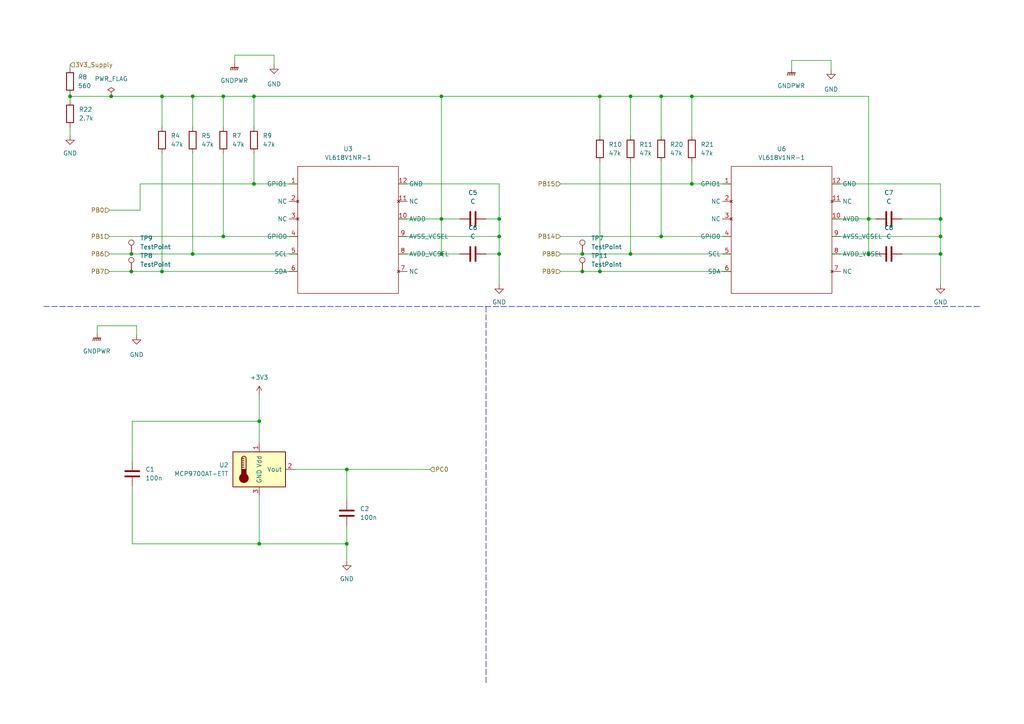
<source format=kicad_sch>
(kicad_sch (version 20211123) (generator eeschema)

  (uuid ae78189d-79c7-41a0-b77c-3bb766898352)

  (paper "A4")

  (title_block
    (title "Sensors")
    (date "2022-03-04")
    (rev "01")
    (company "University of Cape Town")
    (comment 1 "Author: Munashe Chihota")
  )

  (lib_symbols
    (symbol "Connector:TestPoint" (pin_numbers hide) (pin_names (offset 0.762) hide) (in_bom yes) (on_board yes)
      (property "Reference" "TP" (id 0) (at 0 6.858 0)
        (effects (font (size 1.27 1.27)))
      )
      (property "Value" "TestPoint" (id 1) (at 0 5.08 0)
        (effects (font (size 1.27 1.27)))
      )
      (property "Footprint" "" (id 2) (at 5.08 0 0)
        (effects (font (size 1.27 1.27)) hide)
      )
      (property "Datasheet" "~" (id 3) (at 5.08 0 0)
        (effects (font (size 1.27 1.27)) hide)
      )
      (property "ki_keywords" "test point tp" (id 4) (at 0 0 0)
        (effects (font (size 1.27 1.27)) hide)
      )
      (property "ki_description" "test point" (id 5) (at 0 0 0)
        (effects (font (size 1.27 1.27)) hide)
      )
      (property "ki_fp_filters" "Pin* Test*" (id 6) (at 0 0 0)
        (effects (font (size 1.27 1.27)) hide)
      )
      (symbol "TestPoint_0_1"
        (circle (center 0 3.302) (radius 0.762)
          (stroke (width 0) (type default) (color 0 0 0 0))
          (fill (type none))
        )
      )
      (symbol "TestPoint_1_1"
        (pin passive line (at 0 0 90) (length 2.54)
          (name "1" (effects (font (size 1.27 1.27))))
          (number "1" (effects (font (size 1.27 1.27))))
        )
      )
    )
    (symbol "Device:C" (pin_numbers hide) (pin_names (offset 0.254)) (in_bom yes) (on_board yes)
      (property "Reference" "C" (id 0) (at 0.635 2.54 0)
        (effects (font (size 1.27 1.27)) (justify left))
      )
      (property "Value" "C" (id 1) (at 0.635 -2.54 0)
        (effects (font (size 1.27 1.27)) (justify left))
      )
      (property "Footprint" "" (id 2) (at 0.9652 -3.81 0)
        (effects (font (size 1.27 1.27)) hide)
      )
      (property "Datasheet" "~" (id 3) (at 0 0 0)
        (effects (font (size 1.27 1.27)) hide)
      )
      (property "ki_keywords" "cap capacitor" (id 4) (at 0 0 0)
        (effects (font (size 1.27 1.27)) hide)
      )
      (property "ki_description" "Unpolarized capacitor" (id 5) (at 0 0 0)
        (effects (font (size 1.27 1.27)) hide)
      )
      (property "ki_fp_filters" "C_*" (id 6) (at 0 0 0)
        (effects (font (size 1.27 1.27)) hide)
      )
      (symbol "C_0_1"
        (polyline
          (pts
            (xy -2.032 -0.762)
            (xy 2.032 -0.762)
          )
          (stroke (width 0.508) (type default) (color 0 0 0 0))
          (fill (type none))
        )
        (polyline
          (pts
            (xy -2.032 0.762)
            (xy 2.032 0.762)
          )
          (stroke (width 0.508) (type default) (color 0 0 0 0))
          (fill (type none))
        )
      )
      (symbol "C_1_1"
        (pin passive line (at 0 3.81 270) (length 2.794)
          (name "~" (effects (font (size 1.27 1.27))))
          (number "1" (effects (font (size 1.27 1.27))))
        )
        (pin passive line (at 0 -3.81 90) (length 2.794)
          (name "~" (effects (font (size 1.27 1.27))))
          (number "2" (effects (font (size 1.27 1.27))))
        )
      )
    )
    (symbol "Device:R" (pin_numbers hide) (pin_names (offset 0)) (in_bom yes) (on_board yes)
      (property "Reference" "R" (id 0) (at 2.032 0 90)
        (effects (font (size 1.27 1.27)))
      )
      (property "Value" "R" (id 1) (at 0 0 90)
        (effects (font (size 1.27 1.27)))
      )
      (property "Footprint" "" (id 2) (at -1.778 0 90)
        (effects (font (size 1.27 1.27)) hide)
      )
      (property "Datasheet" "~" (id 3) (at 0 0 0)
        (effects (font (size 1.27 1.27)) hide)
      )
      (property "ki_keywords" "R res resistor" (id 4) (at 0 0 0)
        (effects (font (size 1.27 1.27)) hide)
      )
      (property "ki_description" "Resistor" (id 5) (at 0 0 0)
        (effects (font (size 1.27 1.27)) hide)
      )
      (property "ki_fp_filters" "R_*" (id 6) (at 0 0 0)
        (effects (font (size 1.27 1.27)) hide)
      )
      (symbol "R_0_1"
        (rectangle (start -1.016 -2.54) (end 1.016 2.54)
          (stroke (width 0.254) (type default) (color 0 0 0 0))
          (fill (type none))
        )
      )
      (symbol "R_1_1"
        (pin passive line (at 0 3.81 270) (length 1.27)
          (name "~" (effects (font (size 1.27 1.27))))
          (number "1" (effects (font (size 1.27 1.27))))
        )
        (pin passive line (at 0 -3.81 90) (length 1.27)
          (name "~" (effects (font (size 1.27 1.27))))
          (number "2" (effects (font (size 1.27 1.27))))
        )
      )
    )
    (symbol "Project sensors:VL618V1NR-1" (in_bom yes) (on_board yes)
      (property "Reference" "U6" (id 0) (at -0.635 21.59 0)
        (effects (font (size 1.27 1.27)))
      )
      (property "Value" "VL618V1NR-1" (id 1) (at -0.635 19.05 0)
        (effects (font (size 1.27 1.27)))
      )
      (property "Footprint" "ProjectLibFootprints:VL6180" (id 2) (at 0 0 0)
        (effects (font (size 1.27 1.27)) hide)
      )
      (property "Datasheet" "" (id 3) (at 0 0 0)
        (effects (font (size 1.27 1.27)) hide)
      )
      (symbol "VL618V1NR-1_0_1"
        (rectangle (start -15.24 16.51) (end 13.97 -20.32)
          (stroke (width 0) (type default) (color 0 0 0 0))
          (fill (type none))
        )
      )
      (symbol "VL618V1NR-1_1_1"
        (pin bidirectional line (at -15.24 11.43 180) (length 2.54)
          (name "GPIO1" (effects (font (size 1.27 1.27))))
          (number "1" (effects (font (size 1.27 1.27))))
        )
        (pin power_in line (at 13.97 1.27 0) (length 2.54)
          (name "AVDD" (effects (font (size 1.27 1.27))))
          (number "10" (effects (font (size 1.27 1.27))))
        )
        (pin no_connect line (at 13.97 6.35 0) (length 2.54)
          (name "NC" (effects (font (size 1.27 1.27))))
          (number "11" (effects (font (size 1.27 1.27))))
        )
        (pin power_in line (at 13.97 11.43 0) (length 2.54)
          (name "GND" (effects (font (size 1.27 1.27))))
          (number "12" (effects (font (size 1.27 1.27))))
        )
        (pin no_connect line (at -15.24 6.35 180) (length 2.54)
          (name "NC" (effects (font (size 1.27 1.27))))
          (number "2" (effects (font (size 1.27 1.27))))
        )
        (pin no_connect line (at -15.24 1.27 180) (length 2.54)
          (name "NC" (effects (font (size 1.27 1.27))))
          (number "3" (effects (font (size 1.27 1.27))))
        )
        (pin bidirectional line (at -15.24 -3.81 180) (length 2.54)
          (name "GPIO0" (effects (font (size 1.27 1.27))))
          (number "4" (effects (font (size 1.27 1.27))))
        )
        (pin input line (at -15.24 -8.89 180) (length 2.54)
          (name "SCL" (effects (font (size 1.27 1.27))))
          (number "5" (effects (font (size 1.27 1.27))))
        )
        (pin bidirectional line (at -15.24 -13.97 180) (length 2.54)
          (name "SDA" (effects (font (size 1.27 1.27))))
          (number "6" (effects (font (size 1.27 1.27))))
        )
        (pin no_connect line (at 13.97 -13.97 0) (length 2.54)
          (name "NC" (effects (font (size 1.27 1.27))))
          (number "7" (effects (font (size 1.27 1.27))))
        )
        (pin power_in line (at 13.97 -8.89 0) (length 2.54)
          (name "AVDD_VCSEL" (effects (font (size 1.27 1.27))))
          (number "8" (effects (font (size 1.27 1.27))))
        )
        (pin power_in line (at 13.97 -3.81 0) (length 2.54)
          (name "AVSS_VCSEL" (effects (font (size 1.27 1.27))))
          (number "9" (effects (font (size 1.27 1.27))))
        )
      )
    )
    (symbol "Sensor_Temperature:MCP9700AT-ETT" (pin_names (offset 1.016)) (in_bom yes) (on_board yes)
      (property "Reference" "U" (id 0) (at -6.35 6.35 0)
        (effects (font (size 1.27 1.27)))
      )
      (property "Value" "MCP9700AT-ETT" (id 1) (at 1.27 6.35 0)
        (effects (font (size 1.27 1.27)) (justify left))
      )
      (property "Footprint" "Package_TO_SOT_SMD:SOT-23" (id 2) (at 0 -10.16 0)
        (effects (font (size 1.27 1.27)) hide)
      )
      (property "Datasheet" "http://ww1.microchip.com/downloads/en/DeviceDoc/21942e.pdf" (id 3) (at -3.81 6.35 0)
        (effects (font (size 1.27 1.27)) hide)
      )
      (property "ki_keywords" "temperature sensor thermistor" (id 4) (at 0 0 0)
        (effects (font (size 1.27 1.27)) hide)
      )
      (property "ki_description" "Low power, analog thermistor temperature sensor, ±2C accuracy, -40C to +125C, in SOT-23-3" (id 5) (at 0 0 0)
        (effects (font (size 1.27 1.27)) hide)
      )
      (property "ki_fp_filters" "SOT?23*" (id 6) (at 0 0 0)
        (effects (font (size 1.27 1.27)) hide)
      )
      (symbol "MCP9700AT-ETT_0_1"
        (rectangle (start -7.62 5.08) (end 7.62 -5.08)
          (stroke (width 0.254) (type default) (color 0 0 0 0))
          (fill (type background))
        )
        (circle (center -4.445 -2.54) (radius 1.27)
          (stroke (width 0.254) (type default) (color 0 0 0 0))
          (fill (type outline))
        )
        (rectangle (start -3.81 -1.905) (end -5.08 0)
          (stroke (width 0.254) (type default) (color 0 0 0 0))
          (fill (type outline))
        )
        (arc (start -3.81 3.175) (mid -4.445 3.81) (end -5.08 3.175)
          (stroke (width 0.254) (type default) (color 0 0 0 0))
          (fill (type none))
        )
        (polyline
          (pts
            (xy -5.08 0.635)
            (xy -4.445 0.635)
          )
          (stroke (width 0.254) (type default) (color 0 0 0 0))
          (fill (type none))
        )
        (polyline
          (pts
            (xy -5.08 1.27)
            (xy -4.445 1.27)
          )
          (stroke (width 0.254) (type default) (color 0 0 0 0))
          (fill (type none))
        )
        (polyline
          (pts
            (xy -5.08 1.905)
            (xy -4.445 1.905)
          )
          (stroke (width 0.254) (type default) (color 0 0 0 0))
          (fill (type none))
        )
        (polyline
          (pts
            (xy -5.08 2.54)
            (xy -4.445 2.54)
          )
          (stroke (width 0.254) (type default) (color 0 0 0 0))
          (fill (type none))
        )
        (polyline
          (pts
            (xy -5.08 3.175)
            (xy -5.08 0)
          )
          (stroke (width 0.254) (type default) (color 0 0 0 0))
          (fill (type none))
        )
        (polyline
          (pts
            (xy -5.08 3.175)
            (xy -4.445 3.175)
          )
          (stroke (width 0.254) (type default) (color 0 0 0 0))
          (fill (type none))
        )
        (polyline
          (pts
            (xy -3.81 3.175)
            (xy -3.81 0)
          )
          (stroke (width 0.254) (type default) (color 0 0 0 0))
          (fill (type none))
        )
      )
      (symbol "MCP9700AT-ETT_1_1"
        (pin power_in line (at 0 7.62 270) (length 2.54)
          (name "Vdd" (effects (font (size 1.27 1.27))))
          (number "1" (effects (font (size 1.27 1.27))))
        )
        (pin output line (at 10.16 0 180) (length 2.54)
          (name "Vout" (effects (font (size 1.27 1.27))))
          (number "2" (effects (font (size 1.27 1.27))))
        )
        (pin power_in line (at 0 -7.62 90) (length 2.54)
          (name "GND" (effects (font (size 1.27 1.27))))
          (number "3" (effects (font (size 1.27 1.27))))
        )
      )
    )
    (symbol "VL618V1NR-1_1" (in_bom yes) (on_board yes)
      (property "Reference" "U3" (id 0) (at -0.635 21.59 0)
        (effects (font (size 1.27 1.27)))
      )
      (property "Value" "VL618V1NR-1" (id 1) (at -0.635 19.05 0)
        (effects (font (size 1.27 1.27)))
      )
      (property "Footprint" "ProjectLibFootprints:VL6180" (id 2) (at 0 0 0)
        (effects (font (size 1.27 1.27)) hide)
      )
      (property "Datasheet" "" (id 3) (at 0 0 0)
        (effects (font (size 1.27 1.27)) hide)
      )
      (symbol "VL618V1NR-1_1_0_1"
        (rectangle (start -15.24 16.51) (end 13.97 -20.32)
          (stroke (width 0) (type default) (color 0 0 0 0))
          (fill (type none))
        )
      )
      (symbol "VL618V1NR-1_1_1_1"
        (pin bidirectional line (at -15.24 11.43 180) (length 2.54)
          (name "GPIO1" (effects (font (size 1.27 1.27))))
          (number "1" (effects (font (size 1.27 1.27))))
        )
        (pin power_in line (at 13.97 1.27 0) (length 2.54)
          (name "AVDD" (effects (font (size 1.27 1.27))))
          (number "10" (effects (font (size 1.27 1.27))))
        )
        (pin no_connect line (at 13.97 6.35 0) (length 2.54)
          (name "NC" (effects (font (size 1.27 1.27))))
          (number "11" (effects (font (size 1.27 1.27))))
        )
        (pin power_in line (at 13.97 11.43 0) (length 2.54)
          (name "GND" (effects (font (size 1.27 1.27))))
          (number "12" (effects (font (size 1.27 1.27))))
        )
        (pin no_connect line (at -15.24 6.35 180) (length 2.54)
          (name "NC" (effects (font (size 1.27 1.27))))
          (number "2" (effects (font (size 1.27 1.27))))
        )
        (pin no_connect line (at -15.24 1.27 180) (length 2.54)
          (name "NC" (effects (font (size 1.27 1.27))))
          (number "3" (effects (font (size 1.27 1.27))))
        )
        (pin bidirectional line (at -15.24 -3.81 180) (length 2.54)
          (name "GPIO0" (effects (font (size 1.27 1.27))))
          (number "4" (effects (font (size 1.27 1.27))))
        )
        (pin input line (at -15.24 -8.89 180) (length 2.54)
          (name "SCL" (effects (font (size 1.27 1.27))))
          (number "5" (effects (font (size 1.27 1.27))))
        )
        (pin bidirectional line (at -15.24 -13.97 180) (length 2.54)
          (name "SDA" (effects (font (size 1.27 1.27))))
          (number "6" (effects (font (size 1.27 1.27))))
        )
        (pin no_connect line (at 13.97 -13.97 0) (length 2.54)
          (name "NC" (effects (font (size 1.27 1.27))))
          (number "7" (effects (font (size 1.27 1.27))))
        )
        (pin power_in line (at 13.97 -8.89 0) (length 2.54)
          (name "AVDD_VCSEL" (effects (font (size 1.27 1.27))))
          (number "8" (effects (font (size 1.27 1.27))))
        )
        (pin power_in line (at 13.97 -3.81 0) (length 2.54)
          (name "AVSS_VCSEL" (effects (font (size 1.27 1.27))))
          (number "9" (effects (font (size 1.27 1.27))))
        )
      )
    )
    (symbol "power:+3.3V" (power) (pin_names (offset 0)) (in_bom yes) (on_board yes)
      (property "Reference" "#PWR" (id 0) (at 0 -3.81 0)
        (effects (font (size 1.27 1.27)) hide)
      )
      (property "Value" "+3.3V" (id 1) (at 0 3.556 0)
        (effects (font (size 1.27 1.27)))
      )
      (property "Footprint" "" (id 2) (at 0 0 0)
        (effects (font (size 1.27 1.27)) hide)
      )
      (property "Datasheet" "" (id 3) (at 0 0 0)
        (effects (font (size 1.27 1.27)) hide)
      )
      (property "ki_keywords" "power-flag" (id 4) (at 0 0 0)
        (effects (font (size 1.27 1.27)) hide)
      )
      (property "ki_description" "Power symbol creates a global label with name \"+3.3V\"" (id 5) (at 0 0 0)
        (effects (font (size 1.27 1.27)) hide)
      )
      (symbol "+3.3V_0_1"
        (polyline
          (pts
            (xy -0.762 1.27)
            (xy 0 2.54)
          )
          (stroke (width 0) (type default) (color 0 0 0 0))
          (fill (type none))
        )
        (polyline
          (pts
            (xy 0 0)
            (xy 0 2.54)
          )
          (stroke (width 0) (type default) (color 0 0 0 0))
          (fill (type none))
        )
        (polyline
          (pts
            (xy 0 2.54)
            (xy 0.762 1.27)
          )
          (stroke (width 0) (type default) (color 0 0 0 0))
          (fill (type none))
        )
      )
      (symbol "+3.3V_1_1"
        (pin power_in line (at 0 0 90) (length 0) hide
          (name "+3V3" (effects (font (size 1.27 1.27))))
          (number "1" (effects (font (size 1.27 1.27))))
        )
      )
    )
    (symbol "power:GND" (power) (pin_names (offset 0)) (in_bom yes) (on_board yes)
      (property "Reference" "#PWR" (id 0) (at 0 -6.35 0)
        (effects (font (size 1.27 1.27)) hide)
      )
      (property "Value" "GND" (id 1) (at 0 -3.81 0)
        (effects (font (size 1.27 1.27)))
      )
      (property "Footprint" "" (id 2) (at 0 0 0)
        (effects (font (size 1.27 1.27)) hide)
      )
      (property "Datasheet" "" (id 3) (at 0 0 0)
        (effects (font (size 1.27 1.27)) hide)
      )
      (property "ki_keywords" "power-flag" (id 4) (at 0 0 0)
        (effects (font (size 1.27 1.27)) hide)
      )
      (property "ki_description" "Power symbol creates a global label with name \"GND\" , ground" (id 5) (at 0 0 0)
        (effects (font (size 1.27 1.27)) hide)
      )
      (symbol "GND_0_1"
        (polyline
          (pts
            (xy 0 0)
            (xy 0 -1.27)
            (xy 1.27 -1.27)
            (xy 0 -2.54)
            (xy -1.27 -1.27)
            (xy 0 -1.27)
          )
          (stroke (width 0) (type default) (color 0 0 0 0))
          (fill (type none))
        )
      )
      (symbol "GND_1_1"
        (pin power_in line (at 0 0 270) (length 0) hide
          (name "GND" (effects (font (size 1.27 1.27))))
          (number "1" (effects (font (size 1.27 1.27))))
        )
      )
    )
    (symbol "power:GNDPWR" (power) (pin_names (offset 0)) (in_bom yes) (on_board yes)
      (property "Reference" "#PWR" (id 0) (at 0 -5.08 0)
        (effects (font (size 1.27 1.27)) hide)
      )
      (property "Value" "GNDPWR" (id 1) (at 0 -3.302 0)
        (effects (font (size 1.27 1.27)))
      )
      (property "Footprint" "" (id 2) (at 0 -1.27 0)
        (effects (font (size 1.27 1.27)) hide)
      )
      (property "Datasheet" "" (id 3) (at 0 -1.27 0)
        (effects (font (size 1.27 1.27)) hide)
      )
      (property "ki_keywords" "power-flag" (id 4) (at 0 0 0)
        (effects (font (size 1.27 1.27)) hide)
      )
      (property "ki_description" "Power symbol creates a global label with name \"GNDPWR\" , power ground" (id 5) (at 0 0 0)
        (effects (font (size 1.27 1.27)) hide)
      )
      (symbol "GNDPWR_0_1"
        (polyline
          (pts
            (xy 0 -1.27)
            (xy 0 0)
          )
          (stroke (width 0) (type default) (color 0 0 0 0))
          (fill (type none))
        )
        (polyline
          (pts
            (xy -1.016 -1.27)
            (xy -1.27 -2.032)
            (xy -1.27 -2.032)
          )
          (stroke (width 0.2032) (type default) (color 0 0 0 0))
          (fill (type none))
        )
        (polyline
          (pts
            (xy -0.508 -1.27)
            (xy -0.762 -2.032)
            (xy -0.762 -2.032)
          )
          (stroke (width 0.2032) (type default) (color 0 0 0 0))
          (fill (type none))
        )
        (polyline
          (pts
            (xy 0 -1.27)
            (xy -0.254 -2.032)
            (xy -0.254 -2.032)
          )
          (stroke (width 0.2032) (type default) (color 0 0 0 0))
          (fill (type none))
        )
        (polyline
          (pts
            (xy 0.508 -1.27)
            (xy 0.254 -2.032)
            (xy 0.254 -2.032)
          )
          (stroke (width 0.2032) (type default) (color 0 0 0 0))
          (fill (type none))
        )
        (polyline
          (pts
            (xy 1.016 -1.27)
            (xy -1.016 -1.27)
            (xy -1.016 -1.27)
          )
          (stroke (width 0.2032) (type default) (color 0 0 0 0))
          (fill (type none))
        )
        (polyline
          (pts
            (xy 1.016 -1.27)
            (xy 0.762 -2.032)
            (xy 0.762 -2.032)
            (xy 0.762 -2.032)
          )
          (stroke (width 0.2032) (type default) (color 0 0 0 0))
          (fill (type none))
        )
      )
      (symbol "GNDPWR_1_1"
        (pin power_in line (at 0 0 270) (length 0) hide
          (name "GNDPWR" (effects (font (size 1.27 1.27))))
          (number "1" (effects (font (size 1.27 1.27))))
        )
      )
    )
    (symbol "power:PWR_FLAG" (power) (pin_numbers hide) (pin_names (offset 0) hide) (in_bom yes) (on_board yes)
      (property "Reference" "#FLG" (id 0) (at 0 1.905 0)
        (effects (font (size 1.27 1.27)) hide)
      )
      (property "Value" "PWR_FLAG" (id 1) (at 0 3.81 0)
        (effects (font (size 1.27 1.27)))
      )
      (property "Footprint" "" (id 2) (at 0 0 0)
        (effects (font (size 1.27 1.27)) hide)
      )
      (property "Datasheet" "~" (id 3) (at 0 0 0)
        (effects (font (size 1.27 1.27)) hide)
      )
      (property "ki_keywords" "power-flag" (id 4) (at 0 0 0)
        (effects (font (size 1.27 1.27)) hide)
      )
      (property "ki_description" "Special symbol for telling ERC where power comes from" (id 5) (at 0 0 0)
        (effects (font (size 1.27 1.27)) hide)
      )
      (symbol "PWR_FLAG_0_0"
        (pin power_out line (at 0 0 90) (length 0)
          (name "pwr" (effects (font (size 1.27 1.27))))
          (number "1" (effects (font (size 1.27 1.27))))
        )
      )
      (symbol "PWR_FLAG_0_1"
        (polyline
          (pts
            (xy 0 0)
            (xy 0 1.27)
            (xy -1.016 1.905)
            (xy 0 2.54)
            (xy 1.016 1.905)
            (xy 0 1.27)
          )
          (stroke (width 0) (type default) (color 0 0 0 0))
          (fill (type none))
        )
      )
    )
  )

  (junction (at 46.99 78.74) (diameter 0) (color 0 0 0 0)
    (uuid 05169713-5602-43e5-9dc7-55352ed980b3)
  )
  (junction (at 251.968 63.5) (diameter 0) (color 0 0 0 0)
    (uuid 0b89b401-497f-421d-9549-f46aeca31791)
  )
  (junction (at 32.258 27.94) (diameter 0) (color 0 0 0 0)
    (uuid 0cb858b8-ac7b-4c26-a80e-344eba2cb4ea)
  )
  (junction (at 100.584 136.144) (diameter 0) (color 0 0 0 0)
    (uuid 22994ef8-f5fd-4ef8-bae4-f9bc4121ee65)
  )
  (junction (at 55.88 27.94) (diameter 0) (color 0 0 0 0)
    (uuid 2b091e01-d11c-4e51-9c84-579628564965)
  )
  (junction (at 144.78 73.66) (diameter 0) (color 0 0 0 0)
    (uuid 2b5a338e-6106-47c2-9781-b7cfc591d390)
  )
  (junction (at 38.1 78.74) (diameter 0) (color 0 0 0 0)
    (uuid 2c470bda-aade-4b94-aff0-22829f7b3d5c)
  )
  (junction (at 100.584 157.734) (diameter 0) (color 0 0 0 0)
    (uuid 2e484963-b269-42b3-9486-24df28465ede)
  )
  (junction (at 73.66 53.34) (diameter 0) (color 0 0 0 0)
    (uuid 348799d6-088a-45ca-8214-bb9dd07af181)
  )
  (junction (at 75.184 157.734) (diameter 0) (color 0 0 0 0)
    (uuid 37636792-b110-4a70-a465-350de15a2496)
  )
  (junction (at 200.66 27.94) (diameter 0) (color 0 0 0 0)
    (uuid 3c209543-5995-4a0b-983b-0084cd815173)
  )
  (junction (at 128.016 63.5) (diameter 0) (color 0 0 0 0)
    (uuid 44acaa70-6c78-4cf7-a03c-81105da3d34b)
  )
  (junction (at 128.016 73.66) (diameter 0) (color 0 0 0 0)
    (uuid 45d8a565-4bfb-46f1-9ff3-e912b9bcbefa)
  )
  (junction (at 272.796 73.66) (diameter 0) (color 0 0 0 0)
    (uuid 578ffbd0-44cd-4ea8-af3b-17ff908d3f22)
  )
  (junction (at 272.796 68.58) (diameter 0) (color 0 0 0 0)
    (uuid 599a679d-8053-4abd-8a89-4621445798e7)
  )
  (junction (at 200.66 53.34) (diameter 0) (color 0 0 0 0)
    (uuid 5d489318-499b-445f-82f7-0e627304f810)
  )
  (junction (at 168.91 73.66) (diameter 0) (color 0 0 0 0)
    (uuid 65378856-b78f-487f-8b14-7cf18878e65c)
  )
  (junction (at 191.77 68.58) (diameter 0) (color 0 0 0 0)
    (uuid 6f587f8c-9d3e-4eb2-a937-c22dec4fd1ec)
  )
  (junction (at 46.99 27.94) (diameter 0) (color 0 0 0 0)
    (uuid 6f70e95a-d558-4512-8b5d-b097b727016d)
  )
  (junction (at 20.32 27.94) (diameter 0) (color 0 0 0 0)
    (uuid 8113c835-a76b-401a-9d3f-612d51e8a12b)
  )
  (junction (at 272.796 63.5) (diameter 0) (color 0 0 0 0)
    (uuid 882dc0b3-a87e-4470-8543-9251ef54f640)
  )
  (junction (at 75.184 122.174) (diameter 0) (color 0 0 0 0)
    (uuid 89ce4106-b0fc-45ca-bb1b-a065cb824a5e)
  )
  (junction (at 168.91 78.74) (diameter 0) (color 0 0 0 0)
    (uuid 8b2b0a34-30d7-4262-8485-639d24e278cd)
  )
  (junction (at 173.99 78.74) (diameter 0) (color 0 0 0 0)
    (uuid 940ae67e-70a2-40f8-85c7-41e6222fc820)
  )
  (junction (at 182.88 73.66) (diameter 0) (color 0 0 0 0)
    (uuid 97dda2f9-6bc8-4eb5-a0a9-064c3fe58dbc)
  )
  (junction (at 73.66 27.94) (diameter 0) (color 0 0 0 0)
    (uuid a193eb52-c74c-418f-ab1b-93cc6ee2f0c3)
  )
  (junction (at 173.99 27.94) (diameter 0) (color 0 0 0 0)
    (uuid a21ebbe3-0eef-49c0-af16-0bb4bfa0960a)
  )
  (junction (at 144.78 68.58) (diameter 0) (color 0 0 0 0)
    (uuid a4116bf9-4838-4662-ac68-98af6695c58f)
  )
  (junction (at 38.1 73.66) (diameter 0) (color 0 0 0 0)
    (uuid ae56b332-c2bf-4a02-86d5-8685263c9df0)
  )
  (junction (at 55.88 73.66) (diameter 0) (color 0 0 0 0)
    (uuid aeba30e0-b502-40df-8e70-0a1c2e5cc36f)
  )
  (junction (at 64.77 27.94) (diameter 0) (color 0 0 0 0)
    (uuid cf3605fb-6b23-46b6-9c57-da8258c4c1ab)
  )
  (junction (at 251.968 73.66) (diameter 0) (color 0 0 0 0)
    (uuid d070c8eb-cc53-4a91-a791-396aeb056142)
  )
  (junction (at 182.88 27.94) (diameter 0) (color 0 0 0 0)
    (uuid e1ef209d-c26f-4a10-b73e-1b343973ee4f)
  )
  (junction (at 144.78 63.5) (diameter 0) (color 0 0 0 0)
    (uuid ea0331ce-932c-415a-b2a4-47a0521af3eb)
  )
  (junction (at 64.77 68.58) (diameter 0) (color 0 0 0 0)
    (uuid ea1b2924-6f76-47c5-a351-6fa114924f7c)
  )
  (junction (at 128.016 27.94) (diameter 0) (color 0 0 0 0)
    (uuid ef7d2a6f-4697-4fd7-9fc7-cd941c94dc81)
  )
  (junction (at 191.77 27.94) (diameter 0) (color 0 0 0 0)
    (uuid f315d566-4aab-4eb9-8131-6ca92bf3b2fb)
  )

  (wire (pts (xy 168.91 78.74) (xy 173.99 78.74))
    (stroke (width 0) (type default) (color 0 0 0 0))
    (uuid 0a04f1c8-c8c9-49e0-b173-e268fbed2d31)
  )
  (wire (pts (xy 191.77 27.94) (xy 200.66 27.94))
    (stroke (width 0) (type default) (color 0 0 0 0))
    (uuid 0cbdad87-58b1-4aa6-b917-d050a5e66a5a)
  )
  (wire (pts (xy 173.99 78.74) (xy 212.09 78.74))
    (stroke (width 0) (type default) (color 0 0 0 0))
    (uuid 0ef497bb-8772-44fd-b8f3-ac6c1d52927c)
  )
  (wire (pts (xy 86.36 68.58) (xy 64.77 68.58))
    (stroke (width 0) (type default) (color 0 0 0 0))
    (uuid 0fb1880c-ca94-4bcf-9939-78f1e6f720b8)
  )
  (wire (pts (xy 200.66 27.94) (xy 251.968 27.94))
    (stroke (width 0) (type default) (color 0 0 0 0))
    (uuid 0fcf310c-d708-4ec6-a9ed-ad6d703d1b76)
  )
  (wire (pts (xy 182.88 27.94) (xy 182.88 39.37))
    (stroke (width 0) (type default) (color 0 0 0 0))
    (uuid 1193ec96-b0e9-4246-a348-048890499996)
  )
  (wire (pts (xy 182.88 46.99) (xy 182.88 73.66))
    (stroke (width 0) (type default) (color 0 0 0 0))
    (uuid 1332ce2a-d402-4bdf-9992-c7ae53d7f8e2)
  )
  (wire (pts (xy 115.57 63.5) (xy 128.016 63.5))
    (stroke (width 0) (type default) (color 0 0 0 0))
    (uuid 17edb48c-8373-4358-a597-1d187f565854)
  )
  (wire (pts (xy 200.66 53.34) (xy 212.09 53.34))
    (stroke (width 0) (type default) (color 0 0 0 0))
    (uuid 1bebe425-5b88-47ef-9ae2-fa4350615fa8)
  )
  (wire (pts (xy 173.99 27.94) (xy 173.99 39.37))
    (stroke (width 0) (type default) (color 0 0 0 0))
    (uuid 1c412d0b-b575-4867-b8ef-cb9859937503)
  )
  (wire (pts (xy 73.66 53.34) (xy 86.36 53.34))
    (stroke (width 0) (type default) (color 0 0 0 0))
    (uuid 1f5eaf60-cf7f-44dd-ae6d-b8cd9d625974)
  )
  (wire (pts (xy 46.99 27.94) (xy 46.99 36.83))
    (stroke (width 0) (type default) (color 0 0 0 0))
    (uuid 21efb4d4-51c1-4cf9-9e5c-2519150c81a3)
  )
  (wire (pts (xy 32.258 27.94) (xy 46.99 27.94))
    (stroke (width 0) (type default) (color 0 0 0 0))
    (uuid 234a9e55-962b-4c27-afc6-61ae29ac644a)
  )
  (wire (pts (xy 173.99 27.94) (xy 182.88 27.94))
    (stroke (width 0) (type default) (color 0 0 0 0))
    (uuid 239a4bd6-cfc7-40b1-822e-c8692943b732)
  )
  (wire (pts (xy 272.796 63.5) (xy 272.796 68.58))
    (stroke (width 0) (type default) (color 0 0 0 0))
    (uuid 24c80c57-ecf2-41d0-bfc4-d41aa271b7da)
  )
  (wire (pts (xy 39.624 97.282) (xy 39.624 94.488))
    (stroke (width 0) (type default) (color 0 0 0 0))
    (uuid 2797e55b-ab07-4407-8f59-7c2f57176870)
  )
  (wire (pts (xy 46.99 27.94) (xy 55.88 27.94))
    (stroke (width 0) (type default) (color 0 0 0 0))
    (uuid 2834de78-a0ba-4c3c-bf89-061543382370)
  )
  (wire (pts (xy 251.968 63.5) (xy 254 63.5))
    (stroke (width 0) (type default) (color 0 0 0 0))
    (uuid 28770be6-fe03-4312-af49-89d7ed955431)
  )
  (wire (pts (xy 38.354 141.224) (xy 38.354 157.734))
    (stroke (width 0) (type default) (color 0 0 0 0))
    (uuid 2f677aa4-d5a3-4a37-97a5-385066770256)
  )
  (wire (pts (xy 73.66 27.94) (xy 128.016 27.94))
    (stroke (width 0) (type default) (color 0 0 0 0))
    (uuid 2f79ed50-be22-4fe2-885b-ed7a5a3d6fc3)
  )
  (wire (pts (xy 128.016 27.94) (xy 173.99 27.94))
    (stroke (width 0) (type default) (color 0 0 0 0))
    (uuid 31522f7b-97b4-4305-96b0-79df3ffbc090)
  )
  (wire (pts (xy 173.99 46.99) (xy 173.99 78.74))
    (stroke (width 0) (type default) (color 0 0 0 0))
    (uuid 3326cf02-09b6-41ab-80d2-a52897347d5d)
  )
  (wire (pts (xy 75.184 114.554) (xy 75.184 122.174))
    (stroke (width 0) (type default) (color 0 0 0 0))
    (uuid 335b6517-ea4c-4118-ad85-99a74ff64842)
  )
  (wire (pts (xy 272.796 68.58) (xy 272.796 73.66))
    (stroke (width 0) (type default) (color 0 0 0 0))
    (uuid 3810ddbd-e0fb-428f-8654-d631f6d51bf7)
  )
  (wire (pts (xy 128.016 63.5) (xy 128.016 73.66))
    (stroke (width 0) (type default) (color 0 0 0 0))
    (uuid 3a46464f-a389-4d3f-ba3b-58250c03a844)
  )
  (wire (pts (xy 272.796 53.34) (xy 272.796 63.5))
    (stroke (width 0) (type default) (color 0 0 0 0))
    (uuid 3bc53fef-ce3c-4c84-9468-8a84d7ae24f5)
  )
  (wire (pts (xy 128.016 73.66) (xy 133.35 73.66))
    (stroke (width 0) (type default) (color 0 0 0 0))
    (uuid 40836094-ceec-4472-9501-b506682510a2)
  )
  (wire (pts (xy 46.99 78.74) (xy 86.36 78.74))
    (stroke (width 0) (type default) (color 0 0 0 0))
    (uuid 4451d201-25bd-471f-8586-78335a643ccf)
  )
  (wire (pts (xy 75.184 143.764) (xy 75.184 157.734))
    (stroke (width 0) (type default) (color 0 0 0 0))
    (uuid 4cfff88e-f608-47c4-b991-93836701e9ba)
  )
  (wire (pts (xy 261.62 73.66) (xy 272.796 73.66))
    (stroke (width 0) (type default) (color 0 0 0 0))
    (uuid 4e2cd1cd-88b7-49ba-8639-f54a17292507)
  )
  (wire (pts (xy 182.88 73.66) (xy 212.09 73.66))
    (stroke (width 0) (type default) (color 0 0 0 0))
    (uuid 50aad85e-c405-4491-99f6-7c7eca40dbea)
  )
  (wire (pts (xy 100.584 136.144) (xy 124.714 136.144))
    (stroke (width 0) (type default) (color 0 0 0 0))
    (uuid 518ae3d6-70dd-4fe7-a620-845c686040c4)
  )
  (wire (pts (xy 241.3 53.34) (xy 272.796 53.34))
    (stroke (width 0) (type default) (color 0 0 0 0))
    (uuid 52bd9079-71e8-45b4-adf9-820f560d2be7)
  )
  (wire (pts (xy 144.78 68.58) (xy 144.78 73.66))
    (stroke (width 0) (type default) (color 0 0 0 0))
    (uuid 5682c492-da87-47d3-94c4-30b3ece4c740)
  )
  (wire (pts (xy 272.796 73.66) (xy 272.796 82.55))
    (stroke (width 0) (type default) (color 0 0 0 0))
    (uuid 59563fcd-6ae7-47ce-9012-4b24f6e2cc17)
  )
  (wire (pts (xy 200.66 27.94) (xy 200.66 39.37))
    (stroke (width 0) (type default) (color 0 0 0 0))
    (uuid 5a0c7c3a-5f32-4fc8-8793-9192553ca786)
  )
  (wire (pts (xy 162.56 73.66) (xy 168.91 73.66))
    (stroke (width 0) (type default) (color 0 0 0 0))
    (uuid 5afa9948-237c-46d3-9078-8c10a3eb2cfa)
  )
  (wire (pts (xy 55.88 73.66) (xy 86.36 73.66))
    (stroke (width 0) (type default) (color 0 0 0 0))
    (uuid 5c500e78-ecbe-4625-8bf1-0044b7b9f68f)
  )
  (wire (pts (xy 79.502 18.796) (xy 79.502 16.002))
    (stroke (width 0) (type default) (color 0 0 0 0))
    (uuid 5cc41f6c-14d6-4c92-a4c1-b25088cb3ba0)
  )
  (wire (pts (xy 191.77 27.94) (xy 191.77 39.37))
    (stroke (width 0) (type default) (color 0 0 0 0))
    (uuid 5e7b47a3-d400-4c94-b3e7-c77876cabd24)
  )
  (wire (pts (xy 73.66 27.94) (xy 73.66 36.83))
    (stroke (width 0) (type default) (color 0 0 0 0))
    (uuid 6115df9a-d271-4c0e-b90f-e3a0e9b7133d)
  )
  (wire (pts (xy 115.57 68.58) (xy 144.78 68.58))
    (stroke (width 0) (type default) (color 0 0 0 0))
    (uuid 63620e22-0062-4cd9-8119-6f70710b738d)
  )
  (polyline (pts (xy 12.7 88.9) (xy 284.48 88.9))
    (stroke (width 0) (type default) (color 0 0 0 0))
    (uuid 663afe67-91e0-47d7-9990-df9e79fade04)
  )

  (wire (pts (xy 55.88 27.94) (xy 55.88 36.83))
    (stroke (width 0) (type default) (color 0 0 0 0))
    (uuid 66cd5aab-72c1-43c4-b3a8-d503e2af4ed8)
  )
  (wire (pts (xy 144.78 53.34) (xy 144.78 63.5))
    (stroke (width 0) (type default) (color 0 0 0 0))
    (uuid 67f7351d-b2e4-464e-9308-0b8467c0d5ef)
  )
  (wire (pts (xy 64.77 27.94) (xy 64.77 36.83))
    (stroke (width 0) (type default) (color 0 0 0 0))
    (uuid 6b505da7-0050-41a5-9401-9da96a9e9675)
  )
  (wire (pts (xy 64.77 27.94) (xy 73.66 27.94))
    (stroke (width 0) (type default) (color 0 0 0 0))
    (uuid 6b95f18a-ebb6-4f66-9393-00334659febd)
  )
  (wire (pts (xy 20.32 27.94) (xy 32.258 27.94))
    (stroke (width 0) (type default) (color 0 0 0 0))
    (uuid 7060fa47-331e-41df-8568-2fcb9d70c475)
  )
  (wire (pts (xy 38.1 73.66) (xy 55.88 73.66))
    (stroke (width 0) (type default) (color 0 0 0 0))
    (uuid 7123062e-ab39-4c6a-9ab8-002ad37f9a35)
  )
  (wire (pts (xy 73.66 44.45) (xy 73.66 53.34))
    (stroke (width 0) (type default) (color 0 0 0 0))
    (uuid 7671f97a-122a-490b-a692-c435d3bfba85)
  )
  (wire (pts (xy 31.75 73.66) (xy 38.1 73.66))
    (stroke (width 0) (type default) (color 0 0 0 0))
    (uuid 77c8bd78-2baf-46ef-bd9a-307fd870c593)
  )
  (wire (pts (xy 40.64 53.34) (xy 73.66 53.34))
    (stroke (width 0) (type default) (color 0 0 0 0))
    (uuid 77e5e9e5-6010-4341-b66d-698bb9646989)
  )
  (wire (pts (xy 39.624 94.488) (xy 28.194 94.488))
    (stroke (width 0) (type default) (color 0 0 0 0))
    (uuid 7a36d04a-cdfe-4df9-ad32-dde9972228d9)
  )
  (wire (pts (xy 55.88 27.94) (xy 64.77 27.94))
    (stroke (width 0) (type default) (color 0 0 0 0))
    (uuid 7b645d2e-fefe-48e7-9233-925879d66949)
  )
  (wire (pts (xy 85.344 136.144) (xy 100.584 136.144))
    (stroke (width 0) (type default) (color 0 0 0 0))
    (uuid 8007f312-2c5f-4179-9d89-d222f4ad4846)
  )
  (wire (pts (xy 140.97 63.5) (xy 144.78 63.5))
    (stroke (width 0) (type default) (color 0 0 0 0))
    (uuid 8214cc2d-ea33-44a8-84ec-fa06be42e955)
  )
  (wire (pts (xy 75.184 157.734) (xy 100.584 157.734))
    (stroke (width 0) (type default) (color 0 0 0 0))
    (uuid 85f27ba3-a186-4587-9d11-ec6ebf3eae31)
  )
  (wire (pts (xy 241.3 68.58) (xy 272.796 68.58))
    (stroke (width 0) (type default) (color 0 0 0 0))
    (uuid 874c0d78-b83e-46c8-84f5-778bd203197f)
  )
  (wire (pts (xy 251.968 63.5) (xy 251.968 73.66))
    (stroke (width 0) (type default) (color 0 0 0 0))
    (uuid 8ca42cc8-ca5f-4093-8bf2-720e787fd063)
  )
  (wire (pts (xy 75.184 122.174) (xy 75.184 128.524))
    (stroke (width 0) (type default) (color 0 0 0 0))
    (uuid 8dcf038f-2b4a-4a63-a1c1-b26d1e0577ea)
  )
  (wire (pts (xy 20.32 27.432) (xy 20.32 27.94))
    (stroke (width 0) (type default) (color 0 0 0 0))
    (uuid 9200f927-c953-46f7-845d-66060bef2d9d)
  )
  (wire (pts (xy 251.968 27.94) (xy 251.968 63.5))
    (stroke (width 0) (type default) (color 0 0 0 0))
    (uuid 935a295c-a35c-44f9-9f34-8003aed822d6)
  )
  (polyline (pts (xy 140.97 88.9) (xy 140.97 198.12))
    (stroke (width 0) (type default) (color 0 0 0 0))
    (uuid 939c8679-0ffd-41f0-931b-0c166244dc80)
  )

  (wire (pts (xy 115.57 53.34) (xy 144.78 53.34))
    (stroke (width 0) (type default) (color 0 0 0 0))
    (uuid 968e25a0-65e8-475d-9e72-fa8f5ec9d732)
  )
  (wire (pts (xy 68.072 16.002) (xy 68.072 18.288))
    (stroke (width 0) (type default) (color 0 0 0 0))
    (uuid 996e57be-8b3f-45ab-a21b-c313b9171b88)
  )
  (wire (pts (xy 100.584 136.144) (xy 100.584 145.034))
    (stroke (width 0) (type default) (color 0 0 0 0))
    (uuid 9a4854b8-c3bf-486f-b48a-0aaf068617aa)
  )
  (wire (pts (xy 40.64 60.96) (xy 40.64 53.34))
    (stroke (width 0) (type default) (color 0 0 0 0))
    (uuid 9ca39666-fc55-4332-847d-5c30a5477e3b)
  )
  (wire (pts (xy 241.046 17.526) (xy 229.616 17.526))
    (stroke (width 0) (type default) (color 0 0 0 0))
    (uuid 9e4a17da-bd9a-43bf-bda9-f2bd0c3d7640)
  )
  (wire (pts (xy 31.75 78.74) (xy 38.1 78.74))
    (stroke (width 0) (type default) (color 0 0 0 0))
    (uuid a7f56754-97d1-4782-95d1-af7570e24272)
  )
  (wire (pts (xy 64.77 68.58) (xy 64.77 44.45))
    (stroke (width 0) (type default) (color 0 0 0 0))
    (uuid a95a58df-1a88-49c4-a4a9-67562d7893a6)
  )
  (wire (pts (xy 241.3 63.5) (xy 251.968 63.5))
    (stroke (width 0) (type default) (color 0 0 0 0))
    (uuid a9c75ea3-896c-4808-8937-ae3cbc60880e)
  )
  (wire (pts (xy 38.354 157.734) (xy 75.184 157.734))
    (stroke (width 0) (type default) (color 0 0 0 0))
    (uuid ac5bf277-3416-495c-afc2-55995107a595)
  )
  (wire (pts (xy 162.56 68.58) (xy 191.77 68.58))
    (stroke (width 0) (type default) (color 0 0 0 0))
    (uuid af6aed41-d6cf-40df-8f6d-ace79105ae45)
  )
  (wire (pts (xy 182.88 27.94) (xy 191.77 27.94))
    (stroke (width 0) (type default) (color 0 0 0 0))
    (uuid b13a82e3-346a-4c1d-911d-727923721d5e)
  )
  (wire (pts (xy 20.32 36.83) (xy 20.32 39.37))
    (stroke (width 0) (type default) (color 0 0 0 0))
    (uuid b6156d78-481e-45e6-b87f-fc96ff241972)
  )
  (wire (pts (xy 38.1 78.74) (xy 46.99 78.74))
    (stroke (width 0) (type default) (color 0 0 0 0))
    (uuid b6a4ac7f-cf2d-479d-b5c0-1dd269f8c55d)
  )
  (wire (pts (xy 168.91 73.66) (xy 182.88 73.66))
    (stroke (width 0) (type default) (color 0 0 0 0))
    (uuid b79edf11-dc26-438b-9bbe-b5b777152b2b)
  )
  (wire (pts (xy 261.62 63.5) (xy 272.796 63.5))
    (stroke (width 0) (type default) (color 0 0 0 0))
    (uuid bb093f9c-6baa-4634-8986-55c822bfb314)
  )
  (wire (pts (xy 162.56 53.34) (xy 200.66 53.34))
    (stroke (width 0) (type default) (color 0 0 0 0))
    (uuid bb85eaa5-b5dc-4482-9c0a-e38cdc310255)
  )
  (wire (pts (xy 55.88 44.45) (xy 55.88 73.66))
    (stroke (width 0) (type default) (color 0 0 0 0))
    (uuid bc6e11a5-4e89-4cfc-b8ba-941939893d0d)
  )
  (wire (pts (xy 38.354 122.174) (xy 75.184 122.174))
    (stroke (width 0) (type default) (color 0 0 0 0))
    (uuid bccd1827-fb4d-4066-9018-cce26372857d)
  )
  (wire (pts (xy 128.016 63.5) (xy 133.35 63.5))
    (stroke (width 0) (type default) (color 0 0 0 0))
    (uuid be1dc916-3455-4141-b159-eb88287ded12)
  )
  (wire (pts (xy 46.99 44.45) (xy 46.99 78.74))
    (stroke (width 0) (type default) (color 0 0 0 0))
    (uuid c1c9540c-eccc-46a6-bfe0-bc0658f44bcd)
  )
  (wire (pts (xy 241.046 20.32) (xy 241.046 17.526))
    (stroke (width 0) (type default) (color 0 0 0 0))
    (uuid c8cf361e-19ca-4015-8a29-3372251831bd)
  )
  (wire (pts (xy 20.32 27.94) (xy 20.32 29.21))
    (stroke (width 0) (type default) (color 0 0 0 0))
    (uuid cccce6d6-1d3e-42bf-aa48-9562253e4e02)
  )
  (wire (pts (xy 191.77 46.99) (xy 191.77 68.58))
    (stroke (width 0) (type default) (color 0 0 0 0))
    (uuid ce70569b-63b5-421d-bd45-a54009896a40)
  )
  (wire (pts (xy 100.584 157.734) (xy 100.584 162.814))
    (stroke (width 0) (type default) (color 0 0 0 0))
    (uuid d07f21eb-823b-4131-acb0-2fd90e8c76eb)
  )
  (wire (pts (xy 32.258 27.686) (xy 32.258 27.94))
    (stroke (width 0) (type default) (color 0 0 0 0))
    (uuid d2ecaf4a-ad09-4d4f-9569-9189d76d22cb)
  )
  (wire (pts (xy 229.616 17.526) (xy 229.616 19.812))
    (stroke (width 0) (type default) (color 0 0 0 0))
    (uuid d996cd09-d320-4b51-8e49-83c5490e9c9d)
  )
  (wire (pts (xy 31.75 60.96) (xy 40.64 60.96))
    (stroke (width 0) (type default) (color 0 0 0 0))
    (uuid daa02a42-8921-4313-974a-cdaf03fa8caf)
  )
  (wire (pts (xy 100.584 152.654) (xy 100.584 157.734))
    (stroke (width 0) (type default) (color 0 0 0 0))
    (uuid db359b5e-dfa7-45aa-8a8b-9dda3b450993)
  )
  (wire (pts (xy 144.78 73.66) (xy 144.78 82.55))
    (stroke (width 0) (type default) (color 0 0 0 0))
    (uuid dd452f5e-0a00-454e-a551-c5201b59e2e3)
  )
  (wire (pts (xy 79.502 16.002) (xy 68.072 16.002))
    (stroke (width 0) (type default) (color 0 0 0 0))
    (uuid e0f70a85-0dc5-4739-935a-620aa2118eb6)
  )
  (wire (pts (xy 191.77 68.58) (xy 212.09 68.58))
    (stroke (width 0) (type default) (color 0 0 0 0))
    (uuid e0fda225-ee14-450f-b790-0556939a6a8b)
  )
  (wire (pts (xy 38.354 133.604) (xy 38.354 122.174))
    (stroke (width 0) (type default) (color 0 0 0 0))
    (uuid e1ef9899-509f-49f8-8002-183633b7f7bb)
  )
  (wire (pts (xy 128.016 27.94) (xy 128.016 63.5))
    (stroke (width 0) (type default) (color 0 0 0 0))
    (uuid e3b64608-c073-4dd4-a9b2-1c246ab87f9d)
  )
  (wire (pts (xy 200.66 46.99) (xy 200.66 53.34))
    (stroke (width 0) (type default) (color 0 0 0 0))
    (uuid e7ef5b3b-4f85-4f1b-9310-fe6e9ff4742f)
  )
  (wire (pts (xy 162.56 78.74) (xy 168.91 78.74))
    (stroke (width 0) (type default) (color 0 0 0 0))
    (uuid ea1d1d58-e289-4aaf-9aea-90ddb8477565)
  )
  (wire (pts (xy 144.78 63.5) (xy 144.78 68.58))
    (stroke (width 0) (type default) (color 0 0 0 0))
    (uuid f0df50c7-58b3-428e-9251-b379138a1240)
  )
  (wire (pts (xy 31.75 68.58) (xy 64.77 68.58))
    (stroke (width 0) (type default) (color 0 0 0 0))
    (uuid f1a34678-ab0f-4d5e-a0da-20d5780a6c70)
  )
  (wire (pts (xy 140.97 73.66) (xy 144.78 73.66))
    (stroke (width 0) (type default) (color 0 0 0 0))
    (uuid f2490025-c57f-4405-9c3c-e90ae8c2ea46)
  )
  (wire (pts (xy 28.194 94.488) (xy 28.194 96.774))
    (stroke (width 0) (type default) (color 0 0 0 0))
    (uuid f6c6d816-056a-4ffe-a288-4d14a38de8ad)
  )
  (wire (pts (xy 20.32 18.796) (xy 20.32 19.812))
    (stroke (width 0) (type default) (color 0 0 0 0))
    (uuid fdc36651-ff78-4241-8a40-eeadcbd109a5)
  )
  (wire (pts (xy 251.968 73.66) (xy 254 73.66))
    (stroke (width 0) (type default) (color 0 0 0 0))
    (uuid fe81ae8f-edaa-4546-8cb6-571fbb1b3311)
  )
  (wire (pts (xy 241.3 73.66) (xy 251.968 73.66))
    (stroke (width 0) (type default) (color 0 0 0 0))
    (uuid fee77456-e18b-494f-919c-d964afeb4ac2)
  )
  (wire (pts (xy 115.57 73.66) (xy 128.016 73.66))
    (stroke (width 0) (type default) (color 0 0 0 0))
    (uuid ff09f600-e8ad-4833-a78f-dc3b6e0ea57e)
  )

  (hierarchical_label "PB7" (shape input) (at 31.75 78.74 180)
    (effects (font (size 1.27 1.27)) (justify right))
    (uuid 08e12b93-c11f-4d16-8319-5c8893d052a0)
  )
  (hierarchical_label "PB1" (shape input) (at 31.75 68.58 180)
    (effects (font (size 1.27 1.27)) (justify right))
    (uuid 21fd828e-f3db-4984-8bbc-e684da7441df)
  )
  (hierarchical_label "PB0" (shape input) (at 31.75 60.96 180)
    (effects (font (size 1.27 1.27)) (justify right))
    (uuid 3c0ee3db-8466-44a5-90af-44d1a41429ba)
  )
  (hierarchical_label "3V3_Supply" (shape input) (at 20.32 18.796 0)
    (effects (font (size 1.27 1.27)) (justify left))
    (uuid 5d83aa05-fcc7-4646-9750-7074f273125b)
  )
  (hierarchical_label "PC0" (shape input) (at 124.714 136.144 0)
    (effects (font (size 1.27 1.27)) (justify left))
    (uuid 74366927-a30f-4c34-8a90-0dfab802294b)
  )
  (hierarchical_label "PB8" (shape input) (at 162.56 73.66 180)
    (effects (font (size 1.27 1.27)) (justify right))
    (uuid 751cd7ce-30cb-4547-a6a4-9c077915e175)
  )
  (hierarchical_label "PB15" (shape input) (at 162.56 53.34 180)
    (effects (font (size 1.27 1.27)) (justify right))
    (uuid a73ff104-0c6d-45d0-bae7-11c93ea99539)
  )
  (hierarchical_label "PB9" (shape input) (at 162.56 78.74 180)
    (effects (font (size 1.27 1.27)) (justify right))
    (uuid b2489082-fcf7-4803-9c10-e34b3539abc9)
  )
  (hierarchical_label "PB6" (shape input) (at 31.75 73.66 180)
    (effects (font (size 1.27 1.27)) (justify right))
    (uuid be510428-5349-44fa-b00e-b3255c746a8c)
  )
  (hierarchical_label "PB14" (shape input) (at 162.56 68.58 180)
    (effects (font (size 1.27 1.27)) (justify right))
    (uuid eae2871d-744c-4a4b-b0a0-3e5e9d544b70)
  )

  (symbol (lib_name "VL618V1NR-1_1") (lib_id "Project sensors:VL618V1NR-1") (at 101.6 64.77 0) (unit 1)
    (in_bom yes) (on_board yes) (fields_autoplaced)
    (uuid 0748d469-30cf-4bf2-9c69-4afef2a517d9)
    (property "Reference" "U3" (id 0) (at 100.965 43.18 0))
    (property "Value" "VL618V1NR-1" (id 1) (at 100.965 45.72 0))
    (property "Footprint" "ProjectLibFootprints:VL6180" (id 2) (at 101.6 64.77 0)
      (effects (font (size 1.27 1.27)) hide)
    )
    (property "Datasheet" "" (id 3) (at 101.6 64.77 0)
      (effects (font (size 1.27 1.27)) hide)
    )
    (pin "1" (uuid 44547ac3-27f2-4ae3-b50a-3910a6b1d97a))
    (pin "10" (uuid 3e4e118c-1d27-4e25-84d0-e15bca3119a1))
    (pin "11" (uuid 6179b87d-3f03-4843-b74a-f7ad9e0fdec4))
    (pin "12" (uuid 480aae5e-5367-42b0-86d7-3738a8278d62))
    (pin "2" (uuid e488798d-e32d-4020-9cba-958250c5ad71))
    (pin "3" (uuid b79f3865-3335-4611-84fa-193532cd18b0))
    (pin "4" (uuid 1695b83a-bb9c-490f-9745-388f147ea717))
    (pin "5" (uuid 7cb23ea6-02d9-4463-844d-1714a2f0bdf1))
    (pin "6" (uuid 578ab3c1-7bb4-4f51-b36e-0674f63e6b0e))
    (pin "7" (uuid 3c68b5fd-f887-46ee-8662-d190bea7b712))
    (pin "8" (uuid d978c580-39af-48dc-bfb5-423d83ad9a90))
    (pin "9" (uuid 24f6dfee-5748-4183-8ea5-02ebc33d0658))
  )

  (symbol (lib_id "Device:R") (at 55.88 40.64 0) (unit 1)
    (in_bom yes) (on_board yes) (fields_autoplaced)
    (uuid 0e646f4b-52ea-4557-a7d8-591af0433f1b)
    (property "Reference" "R5" (id 0) (at 58.42 39.3699 0)
      (effects (font (size 1.27 1.27)) (justify left))
    )
    (property "Value" "47k" (id 1) (at 58.42 41.9099 0)
      (effects (font (size 1.27 1.27)) (justify left))
    )
    (property "Footprint" "Resistor_SMD:R_0805_2012Metric_Pad1.20x1.40mm_HandSolder" (id 2) (at 54.102 40.64 90)
      (effects (font (size 1.27 1.27)) hide)
    )
    (property "Datasheet" "~" (id 3) (at 55.88 40.64 0)
      (effects (font (size 1.27 1.27)) hide)
    )
    (pin "1" (uuid 3537bf77-1d00-49a1-aa40-794e3b5bd05f))
    (pin "2" (uuid b7b57062-e994-4f72-a84a-9dd61c8c6c6c))
  )

  (symbol (lib_id "Device:C") (at 38.354 137.414 0) (unit 1)
    (in_bom yes) (on_board yes) (fields_autoplaced)
    (uuid 14a7a41a-7b62-4b9d-8496-102da86f2afa)
    (property "Reference" "C1" (id 0) (at 42.164 136.1439 0)
      (effects (font (size 1.27 1.27)) (justify left))
    )
    (property "Value" "100n" (id 1) (at 42.164 138.6839 0)
      (effects (font (size 1.27 1.27)) (justify left))
    )
    (property "Footprint" "Capacitor_SMD:C_0805_2012Metric_Pad1.18x1.45mm_HandSolder" (id 2) (at 39.3192 141.224 0)
      (effects (font (size 1.27 1.27)) hide)
    )
    (property "Datasheet" "~" (id 3) (at 38.354 137.414 0)
      (effects (font (size 1.27 1.27)) hide)
    )
    (pin "1" (uuid c3551f09-b656-4de3-892a-95e2028d6361))
    (pin "2" (uuid 67177b3b-4a4d-4265-bffe-660ca42478b9))
  )

  (symbol (lib_id "Device:C") (at 257.81 63.5 270) (unit 1)
    (in_bom yes) (on_board yes) (fields_autoplaced)
    (uuid 174e559e-0441-4954-928b-5bc9c6bc96f3)
    (property "Reference" "C7" (id 0) (at 257.81 55.88 90))
    (property "Value" "C" (id 1) (at 257.81 58.42 90))
    (property "Footprint" "Capacitor_SMD:C_0805_2012Metric_Pad1.18x1.45mm_HandSolder" (id 2) (at 254 64.4652 0)
      (effects (font (size 1.27 1.27)) hide)
    )
    (property "Datasheet" "~" (id 3) (at 257.81 63.5 0)
      (effects (font (size 1.27 1.27)) hide)
    )
    (pin "1" (uuid bc2b74ef-632d-4834-b00c-1c19daebd3f7))
    (pin "2" (uuid 1700d83a-e01f-4879-8ea1-027ea510732a))
  )

  (symbol (lib_id "power:GND") (at 20.32 39.37 0) (unit 1)
    (in_bom yes) (on_board yes) (fields_autoplaced)
    (uuid 1aff754a-bf21-4c5c-8297-aae3390e426a)
    (property "Reference" "#PWR037" (id 0) (at 20.32 45.72 0)
      (effects (font (size 1.27 1.27)) hide)
    )
    (property "Value" "GND" (id 1) (at 20.32 44.45 0))
    (property "Footprint" "" (id 2) (at 20.32 39.37 0)
      (effects (font (size 1.27 1.27)) hide)
    )
    (property "Datasheet" "" (id 3) (at 20.32 39.37 0)
      (effects (font (size 1.27 1.27)) hide)
    )
    (pin "1" (uuid 41c792f7-27b8-4c1e-8e46-926e01ff94c8))
  )

  (symbol (lib_id "Device:C") (at 100.584 148.844 0) (unit 1)
    (in_bom yes) (on_board yes) (fields_autoplaced)
    (uuid 1d7a1f08-2a54-4d67-beed-949bdafd4d01)
    (property "Reference" "C2" (id 0) (at 104.394 147.5739 0)
      (effects (font (size 1.27 1.27)) (justify left))
    )
    (property "Value" "100n" (id 1) (at 104.394 150.1139 0)
      (effects (font (size 1.27 1.27)) (justify left))
    )
    (property "Footprint" "Capacitor_SMD:C_0805_2012Metric_Pad1.18x1.45mm_HandSolder" (id 2) (at 101.5492 152.654 0)
      (effects (font (size 1.27 1.27)) hide)
    )
    (property "Datasheet" "~" (id 3) (at 100.584 148.844 0)
      (effects (font (size 1.27 1.27)) hide)
    )
    (pin "1" (uuid 487f9ab1-b70b-4b81-8d64-574ced2fcbee))
    (pin "2" (uuid 2b8e8967-c886-474d-bdd5-e60203fe6e09))
  )

  (symbol (lib_id "Project sensors:VL618V1NR-1") (at 227.33 64.77 0) (unit 1)
    (in_bom yes) (on_board yes) (fields_autoplaced)
    (uuid 25045015-a89f-4eeb-8b1c-2d2e310fa4e2)
    (property "Reference" "U6" (id 0) (at 226.695 43.18 0))
    (property "Value" "VL618V1NR-1" (id 1) (at 226.695 45.72 0))
    (property "Footprint" "ProjectLibFootprints:VL6180" (id 2) (at 227.33 64.77 0)
      (effects (font (size 1.27 1.27)) hide)
    )
    (property "Datasheet" "" (id 3) (at 227.33 64.77 0)
      (effects (font (size 1.27 1.27)) hide)
    )
    (pin "1" (uuid 036129b0-730f-42e2-9f85-ab1a5d69702f))
    (pin "10" (uuid d903b3b6-30f8-4ea2-a4e8-c1f122ebe829))
    (pin "11" (uuid 2703bdf9-5e8e-40a8-8d0d-221f9c0c9ebc))
    (pin "12" (uuid 7a1fe346-8c34-4000-83ec-3d60ff66f707))
    (pin "2" (uuid e79d67a8-cbba-4c65-b397-7a2efb1f1d5a))
    (pin "3" (uuid dc7634b6-ce06-4f68-8154-1b9c75f775ed))
    (pin "4" (uuid bf8c672f-6e73-4472-9ac8-0bf434490d91))
    (pin "5" (uuid 97258442-9bd5-4695-a117-7232ccdc9040))
    (pin "6" (uuid ad047d69-d9b9-4962-8720-06c7bfaa376b))
    (pin "7" (uuid 18ea2b2d-140e-4b14-971d-ba1a9d5c5edb))
    (pin "8" (uuid bfaa51d1-b0a2-4e02-81cf-c113a76b4725))
    (pin "9" (uuid ee3bf617-56c3-4dd7-8170-ff1e7ef786ae))
  )

  (symbol (lib_id "power:GND") (at 241.046 20.32 0) (unit 1)
    (in_bom yes) (on_board yes) (fields_autoplaced)
    (uuid 2838c1b1-4263-493d-84b0-0a708e8ed11d)
    (property "Reference" "#PWR044" (id 0) (at 241.046 26.67 0)
      (effects (font (size 1.27 1.27)) hide)
    )
    (property "Value" "GND" (id 1) (at 241.046 25.908 0))
    (property "Footprint" "" (id 2) (at 241.046 20.32 0)
      (effects (font (size 1.27 1.27)) hide)
    )
    (property "Datasheet" "" (id 3) (at 241.046 20.32 0)
      (effects (font (size 1.27 1.27)) hide)
    )
    (pin "1" (uuid 9d30e410-a94a-4418-aebe-0e7f39bb7664))
  )

  (symbol (lib_id "Device:R") (at 173.99 43.18 0) (unit 1)
    (in_bom yes) (on_board yes) (fields_autoplaced)
    (uuid 3a7d9519-c133-49b0-adcc-fe370e6f5ee2)
    (property "Reference" "R10" (id 0) (at 176.53 41.9099 0)
      (effects (font (size 1.27 1.27)) (justify left))
    )
    (property "Value" "47k" (id 1) (at 176.53 44.4499 0)
      (effects (font (size 1.27 1.27)) (justify left))
    )
    (property "Footprint" "Resistor_SMD:R_0805_2012Metric_Pad1.20x1.40mm_HandSolder" (id 2) (at 172.212 43.18 90)
      (effects (font (size 1.27 1.27)) hide)
    )
    (property "Datasheet" "~" (id 3) (at 173.99 43.18 0)
      (effects (font (size 1.27 1.27)) hide)
    )
    (pin "1" (uuid 670cc9c7-2fae-45b8-90fe-e4f6260d3967))
    (pin "2" (uuid 3fc41d95-11b3-4a06-bd4f-872981507469))
  )

  (symbol (lib_id "power:PWR_FLAG") (at 32.258 27.94 0) (unit 1)
    (in_bom yes) (on_board yes) (fields_autoplaced)
    (uuid 3c7da1db-83f3-4da0-be5e-a4162d6c28d4)
    (property "Reference" "#FLG01" (id 0) (at 32.258 26.035 0)
      (effects (font (size 1.27 1.27)) hide)
    )
    (property "Value" "PWR_FLAG" (id 1) (at 32.258 22.86 0))
    (property "Footprint" "" (id 2) (at 32.258 27.94 0)
      (effects (font (size 1.27 1.27)) hide)
    )
    (property "Datasheet" "~" (id 3) (at 32.258 27.94 0)
      (effects (font (size 1.27 1.27)) hide)
    )
    (pin "1" (uuid ff2c8318-8a1d-41d6-bc40-64b400ee4245))
  )

  (symbol (lib_id "Device:R") (at 73.66 40.64 0) (unit 1)
    (in_bom yes) (on_board yes) (fields_autoplaced)
    (uuid 3cecab17-afb7-4acc-b384-9419f73e3a7e)
    (property "Reference" "R9" (id 0) (at 76.2 39.3699 0)
      (effects (font (size 1.27 1.27)) (justify left))
    )
    (property "Value" "47k" (id 1) (at 76.2 41.9099 0)
      (effects (font (size 1.27 1.27)) (justify left))
    )
    (property "Footprint" "Resistor_SMD:R_0805_2012Metric_Pad1.20x1.40mm_HandSolder" (id 2) (at 71.882 40.64 90)
      (effects (font (size 1.27 1.27)) hide)
    )
    (property "Datasheet" "~" (id 3) (at 73.66 40.64 0)
      (effects (font (size 1.27 1.27)) hide)
    )
    (pin "1" (uuid bc7585f0-7689-428b-b7e4-2150e8fb8e51))
    (pin "2" (uuid b672a722-2e58-48c0-89b2-dc602dcac49b))
  )

  (symbol (lib_id "Device:R") (at 46.99 40.64 0) (unit 1)
    (in_bom yes) (on_board yes) (fields_autoplaced)
    (uuid 3d4d43e6-b204-4fa6-af1a-a4782b9462d9)
    (property "Reference" "R4" (id 0) (at 49.53 39.3699 0)
      (effects (font (size 1.27 1.27)) (justify left))
    )
    (property "Value" "47k" (id 1) (at 49.53 41.9099 0)
      (effects (font (size 1.27 1.27)) (justify left))
    )
    (property "Footprint" "Resistor_SMD:R_0805_2012Metric_Pad1.20x1.40mm_HandSolder" (id 2) (at 45.212 40.64 90)
      (effects (font (size 1.27 1.27)) hide)
    )
    (property "Datasheet" "~" (id 3) (at 46.99 40.64 0)
      (effects (font (size 1.27 1.27)) hide)
    )
    (pin "1" (uuid ac002a10-12d7-4aea-bd14-c072d1fa1887))
    (pin "2" (uuid 379f3bdd-66e6-4452-a82a-0f0f21bdfd43))
  )

  (symbol (lib_id "power:GNDPWR") (at 28.194 96.774 0) (unit 1)
    (in_bom yes) (on_board yes) (fields_autoplaced)
    (uuid 4604dc9f-8434-44d7-8b9e-10c848aa8a31)
    (property "Reference" "#PWR039" (id 0) (at 28.194 101.854 0)
      (effects (font (size 1.27 1.27)) hide)
    )
    (property "Value" "GNDPWR" (id 1) (at 28.067 101.854 0))
    (property "Footprint" "" (id 2) (at 28.194 98.044 0)
      (effects (font (size 1.27 1.27)) hide)
    )
    (property "Datasheet" "" (id 3) (at 28.194 98.044 0)
      (effects (font (size 1.27 1.27)) hide)
    )
    (pin "1" (uuid d814a71d-8500-4c3f-b5bc-f228731c6230))
  )

  (symbol (lib_id "power:GNDPWR") (at 229.616 19.812 0) (unit 1)
    (in_bom yes) (on_board yes) (fields_autoplaced)
    (uuid 4754d322-93f4-44d4-bf77-b8b599c82205)
    (property "Reference" "#PWR043" (id 0) (at 229.616 24.892 0)
      (effects (font (size 1.27 1.27)) hide)
    )
    (property "Value" "GNDPWR" (id 1) (at 229.489 24.892 0))
    (property "Footprint" "" (id 2) (at 229.616 21.082 0)
      (effects (font (size 1.27 1.27)) hide)
    )
    (property "Datasheet" "" (id 3) (at 229.616 21.082 0)
      (effects (font (size 1.27 1.27)) hide)
    )
    (pin "1" (uuid 09c7145a-809a-4214-9a27-8bdf86a59e38))
  )

  (symbol (lib_id "power:GND") (at 272.796 82.55 0) (unit 1)
    (in_bom yes) (on_board yes) (fields_autoplaced)
    (uuid 55dfea33-34fe-4f71-b60b-7139624fe266)
    (property "Reference" "#PWR0110" (id 0) (at 272.796 88.9 0)
      (effects (font (size 1.27 1.27)) hide)
    )
    (property "Value" "GND" (id 1) (at 272.796 87.63 0))
    (property "Footprint" "" (id 2) (at 272.796 82.55 0)
      (effects (font (size 1.27 1.27)) hide)
    )
    (property "Datasheet" "" (id 3) (at 272.796 82.55 0)
      (effects (font (size 1.27 1.27)) hide)
    )
    (pin "1" (uuid 4197945f-a649-4c21-9348-acadfc6a49f9))
  )

  (symbol (lib_id "Device:R") (at 200.66 43.18 0) (unit 1)
    (in_bom yes) (on_board yes) (fields_autoplaced)
    (uuid 6858914b-fd6d-476f-a02b-0ffbb0661849)
    (property "Reference" "R21" (id 0) (at 203.2 41.9099 0)
      (effects (font (size 1.27 1.27)) (justify left))
    )
    (property "Value" "47k" (id 1) (at 203.2 44.4499 0)
      (effects (font (size 1.27 1.27)) (justify left))
    )
    (property "Footprint" "Resistor_SMD:R_0805_2012Metric_Pad1.20x1.40mm_HandSolder" (id 2) (at 198.882 43.18 90)
      (effects (font (size 1.27 1.27)) hide)
    )
    (property "Datasheet" "~" (id 3) (at 200.66 43.18 0)
      (effects (font (size 1.27 1.27)) hide)
    )
    (pin "1" (uuid 6d1fb89e-0796-4c19-b2c7-e0caf78e6447))
    (pin "2" (uuid 3863094f-349d-4217-ba3f-3ab37736dcd6))
  )

  (symbol (lib_id "power:GNDPWR") (at 68.072 18.288 0) (unit 1)
    (in_bom yes) (on_board yes) (fields_autoplaced)
    (uuid 7569c613-bd8e-43ac-b50e-3de59b94ba06)
    (property "Reference" "#PWR041" (id 0) (at 68.072 23.368 0)
      (effects (font (size 1.27 1.27)) hide)
    )
    (property "Value" "GNDPWR" (id 1) (at 67.945 23.368 0))
    (property "Footprint" "" (id 2) (at 68.072 19.558 0)
      (effects (font (size 1.27 1.27)) hide)
    )
    (property "Datasheet" "" (id 3) (at 68.072 19.558 0)
      (effects (font (size 1.27 1.27)) hide)
    )
    (pin "1" (uuid bd899884-1372-41af-9e68-458039430d9a))
  )

  (symbol (lib_id "Connector:TestPoint") (at 38.1 73.66 0) (unit 1)
    (in_bom yes) (on_board yes) (fields_autoplaced)
    (uuid 78bd52cb-0224-4486-b073-508504d77c93)
    (property "Reference" "TP9" (id 0) (at 40.64 69.0879 0)
      (effects (font (size 1.27 1.27)) (justify left))
    )
    (property "Value" "TestPoint" (id 1) (at 40.64 71.6279 0)
      (effects (font (size 1.27 1.27)) (justify left))
    )
    (property "Footprint" "Connector_PinHeader_2.54mm:PinHeader_1x01_P2.54mm_Vertical" (id 2) (at 43.18 73.66 0)
      (effects (font (size 1.27 1.27)) hide)
    )
    (property "Datasheet" "~" (id 3) (at 43.18 73.66 0)
      (effects (font (size 1.27 1.27)) hide)
    )
    (pin "1" (uuid 79da92d7-1d3c-48fe-ab28-17a9e0f88cdf))
  )

  (symbol (lib_id "power:GND") (at 79.502 18.796 0) (unit 1)
    (in_bom yes) (on_board yes) (fields_autoplaced)
    (uuid 8641b87b-3496-4051-adb7-8771dd253c1c)
    (property "Reference" "#PWR042" (id 0) (at 79.502 25.146 0)
      (effects (font (size 1.27 1.27)) hide)
    )
    (property "Value" "GND" (id 1) (at 79.502 24.384 0))
    (property "Footprint" "" (id 2) (at 79.502 18.796 0)
      (effects (font (size 1.27 1.27)) hide)
    )
    (property "Datasheet" "" (id 3) (at 79.502 18.796 0)
      (effects (font (size 1.27 1.27)) hide)
    )
    (pin "1" (uuid 050ad97b-2f52-4c9a-bbba-ec9d28c61d75))
  )

  (symbol (lib_id "power:GND") (at 39.624 97.282 0) (unit 1)
    (in_bom yes) (on_board yes) (fields_autoplaced)
    (uuid 8e505748-93a5-400b-9a83-46dc968069eb)
    (property "Reference" "#PWR040" (id 0) (at 39.624 103.632 0)
      (effects (font (size 1.27 1.27)) hide)
    )
    (property "Value" "GND" (id 1) (at 39.624 102.87 0))
    (property "Footprint" "" (id 2) (at 39.624 97.282 0)
      (effects (font (size 1.27 1.27)) hide)
    )
    (property "Datasheet" "" (id 3) (at 39.624 97.282 0)
      (effects (font (size 1.27 1.27)) hide)
    )
    (pin "1" (uuid 72b2f63b-9665-4b4b-84fa-2327dfcc6034))
  )

  (symbol (lib_id "power:GND") (at 100.584 162.814 0) (unit 1)
    (in_bom yes) (on_board yes) (fields_autoplaced)
    (uuid 93718ab1-d540-4371-bdef-40721b39c1f7)
    (property "Reference" "#PWR0102" (id 0) (at 100.584 169.164 0)
      (effects (font (size 1.27 1.27)) hide)
    )
    (property "Value" "GND" (id 1) (at 100.584 167.894 0))
    (property "Footprint" "" (id 2) (at 100.584 162.814 0)
      (effects (font (size 1.27 1.27)) hide)
    )
    (property "Datasheet" "" (id 3) (at 100.584 162.814 0)
      (effects (font (size 1.27 1.27)) hide)
    )
    (pin "1" (uuid 9a5585bc-b9a2-419c-b5e4-8e7eed41ac57))
  )

  (symbol (lib_id "Device:R") (at 191.77 43.18 0) (unit 1)
    (in_bom yes) (on_board yes) (fields_autoplaced)
    (uuid 97fc6935-1231-41f4-9d3e-bc655631c455)
    (property "Reference" "R20" (id 0) (at 194.31 41.9099 0)
      (effects (font (size 1.27 1.27)) (justify left))
    )
    (property "Value" "47k" (id 1) (at 194.31 44.4499 0)
      (effects (font (size 1.27 1.27)) (justify left))
    )
    (property "Footprint" "Resistor_SMD:R_0805_2012Metric_Pad1.20x1.40mm_HandSolder" (id 2) (at 189.992 43.18 90)
      (effects (font (size 1.27 1.27)) hide)
    )
    (property "Datasheet" "~" (id 3) (at 191.77 43.18 0)
      (effects (font (size 1.27 1.27)) hide)
    )
    (pin "1" (uuid 1e6dad0d-49c1-43d9-a45c-d9b632d5c73b))
    (pin "2" (uuid e004b770-7063-4e31-869d-3296f611a48b))
  )

  (symbol (lib_id "Connector:TestPoint") (at 168.91 78.74 0) (unit 1)
    (in_bom yes) (on_board yes) (fields_autoplaced)
    (uuid ad6dee37-779c-4272-b356-348ee2fc88af)
    (property "Reference" "TP11" (id 0) (at 171.45 74.1679 0)
      (effects (font (size 1.27 1.27)) (justify left))
    )
    (property "Value" "TestPoint" (id 1) (at 171.45 76.7079 0)
      (effects (font (size 1.27 1.27)) (justify left))
    )
    (property "Footprint" "Connector_PinHeader_2.54mm:PinHeader_1x01_P2.54mm_Vertical" (id 2) (at 173.99 78.74 0)
      (effects (font (size 1.27 1.27)) hide)
    )
    (property "Datasheet" "~" (id 3) (at 173.99 78.74 0)
      (effects (font (size 1.27 1.27)) hide)
    )
    (pin "1" (uuid a9a277b6-6902-4ce0-b2b4-b5f4b631cb81))
  )

  (symbol (lib_id "Device:C") (at 137.16 63.5 90) (unit 1)
    (in_bom yes) (on_board yes) (fields_autoplaced)
    (uuid b03b8e9e-dae8-4114-8466-836ba34e9af6)
    (property "Reference" "C5" (id 0) (at 137.16 55.88 90))
    (property "Value" "C" (id 1) (at 137.16 58.42 90))
    (property "Footprint" "Capacitor_SMD:C_0805_2012Metric_Pad1.18x1.45mm_HandSolder" (id 2) (at 140.97 62.5348 0)
      (effects (font (size 1.27 1.27)) hide)
    )
    (property "Datasheet" "~" (id 3) (at 137.16 63.5 0)
      (effects (font (size 1.27 1.27)) hide)
    )
    (pin "1" (uuid 7472d0a0-3c4a-4287-bdcb-27c9b9b47c3f))
    (pin "2" (uuid 9750249c-97c5-41c6-9ffc-56c9f38dc074))
  )

  (symbol (lib_id "Device:R") (at 20.32 33.02 0) (unit 1)
    (in_bom yes) (on_board yes) (fields_autoplaced)
    (uuid b659fb55-f639-4341-af05-aa30bfd977d5)
    (property "Reference" "R22" (id 0) (at 22.86 31.7499 0)
      (effects (font (size 1.27 1.27)) (justify left))
    )
    (property "Value" "2.7k" (id 1) (at 22.86 34.2899 0)
      (effects (font (size 1.27 1.27)) (justify left))
    )
    (property "Footprint" "Resistor_SMD:R_0805_2012Metric_Pad1.20x1.40mm_HandSolder" (id 2) (at 18.542 33.02 90)
      (effects (font (size 1.27 1.27)) hide)
    )
    (property "Datasheet" "~" (id 3) (at 20.32 33.02 0)
      (effects (font (size 1.27 1.27)) hide)
    )
    (pin "1" (uuid c9b543cb-3ad5-4872-b1cf-29ff76098b46))
    (pin "2" (uuid 930a423c-67c5-4161-ac64-1827c0a22832))
  )

  (symbol (lib_id "Connector:TestPoint") (at 168.91 73.66 0) (unit 1)
    (in_bom yes) (on_board yes) (fields_autoplaced)
    (uuid b6bc063d-9233-488b-8759-04e8d814fb73)
    (property "Reference" "TP7" (id 0) (at 171.45 69.0879 0)
      (effects (font (size 1.27 1.27)) (justify left))
    )
    (property "Value" "TestPoint" (id 1) (at 171.45 71.6279 0)
      (effects (font (size 1.27 1.27)) (justify left))
    )
    (property "Footprint" "Connector_PinHeader_2.54mm:PinHeader_1x01_P2.54mm_Vertical" (id 2) (at 173.99 73.66 0)
      (effects (font (size 1.27 1.27)) hide)
    )
    (property "Datasheet" "~" (id 3) (at 173.99 73.66 0)
      (effects (font (size 1.27 1.27)) hide)
    )
    (pin "1" (uuid 4fb6cc57-46c5-4ca3-8cda-8f372fe21f75))
  )

  (symbol (lib_id "Connector:TestPoint") (at 38.1 78.74 0) (unit 1)
    (in_bom yes) (on_board yes) (fields_autoplaced)
    (uuid b7e3276c-7091-45db-9fbb-323cb1df5019)
    (property "Reference" "TP8" (id 0) (at 40.64 74.1679 0)
      (effects (font (size 1.27 1.27)) (justify left))
    )
    (property "Value" "TestPoint" (id 1) (at 40.64 76.7079 0)
      (effects (font (size 1.27 1.27)) (justify left))
    )
    (property "Footprint" "Connector_PinHeader_2.54mm:PinHeader_1x01_P2.54mm_Vertical" (id 2) (at 43.18 78.74 0)
      (effects (font (size 1.27 1.27)) hide)
    )
    (property "Datasheet" "~" (id 3) (at 43.18 78.74 0)
      (effects (font (size 1.27 1.27)) hide)
    )
    (pin "1" (uuid a8efa72a-1ab9-4328-bb8e-838670c5d982))
  )

  (symbol (lib_id "Device:R") (at 64.77 40.64 0) (unit 1)
    (in_bom yes) (on_board yes) (fields_autoplaced)
    (uuid c062d9c3-e4a2-4e36-89cb-c3080eaf5a9d)
    (property "Reference" "R7" (id 0) (at 67.31 39.3699 0)
      (effects (font (size 1.27 1.27)) (justify left))
    )
    (property "Value" "47k" (id 1) (at 67.31 41.9099 0)
      (effects (font (size 1.27 1.27)) (justify left))
    )
    (property "Footprint" "Resistor_SMD:R_0805_2012Metric_Pad1.20x1.40mm_HandSolder" (id 2) (at 62.992 40.64 90)
      (effects (font (size 1.27 1.27)) hide)
    )
    (property "Datasheet" "~" (id 3) (at 64.77 40.64 0)
      (effects (font (size 1.27 1.27)) hide)
    )
    (pin "1" (uuid bc4c4860-66fe-44ae-9ded-e05fc3454187))
    (pin "2" (uuid d87ba029-b853-429f-a59f-50cf96e23820))
  )

  (symbol (lib_id "power:+3.3V") (at 75.184 114.554 0) (unit 1)
    (in_bom yes) (on_board yes) (fields_autoplaced)
    (uuid d7914e86-566c-43d5-a251-67c831a40afd)
    (property "Reference" "#PWR0101" (id 0) (at 75.184 118.364 0)
      (effects (font (size 1.27 1.27)) hide)
    )
    (property "Value" "+3.3V" (id 1) (at 75.184 109.474 0))
    (property "Footprint" "" (id 2) (at 75.184 114.554 0)
      (effects (font (size 1.27 1.27)) hide)
    )
    (property "Datasheet" "" (id 3) (at 75.184 114.554 0)
      (effects (font (size 1.27 1.27)) hide)
    )
    (pin "1" (uuid 30025812-2dad-43e0-b5e3-f8b5087d6e3d))
  )

  (symbol (lib_id "Sensor_Temperature:MCP9700AT-ETT") (at 75.184 136.144 0) (unit 1)
    (in_bom yes) (on_board yes) (fields_autoplaced)
    (uuid da9cac19-080a-44fc-94cf-8e4d6da93cd3)
    (property "Reference" "U2" (id 0) (at 66.294 134.8739 0)
      (effects (font (size 1.27 1.27)) (justify right))
    )
    (property "Value" "MCP9700AT-ETT" (id 1) (at 66.294 137.4139 0)
      (effects (font (size 1.27 1.27)) (justify right))
    )
    (property "Footprint" "Package_TO_SOT_SMD:SOT-23" (id 2) (at 75.184 146.304 0)
      (effects (font (size 1.27 1.27)) hide)
    )
    (property "Datasheet" "http://ww1.microchip.com/downloads/en/DeviceDoc/21942e.pdf" (id 3) (at 71.374 129.794 0)
      (effects (font (size 1.27 1.27)) hide)
    )
    (pin "1" (uuid 2b23d0e4-c3a2-4f0d-9455-e00e556f6b81))
    (pin "2" (uuid 5830b252-f9bf-4c02-87b8-7eda50f7a6a1))
    (pin "3" (uuid bbe51e1f-e697-4c04-8bf9-02c0c3c6731e))
  )

  (symbol (lib_id "power:GND") (at 144.78 82.55 0) (unit 1)
    (in_bom yes) (on_board yes) (fields_autoplaced)
    (uuid dc4c8e49-f50e-418c-9aef-d9f553c059c9)
    (property "Reference" "#PWR0109" (id 0) (at 144.78 88.9 0)
      (effects (font (size 1.27 1.27)) hide)
    )
    (property "Value" "GND" (id 1) (at 144.78 87.63 0))
    (property "Footprint" "" (id 2) (at 144.78 82.55 0)
      (effects (font (size 1.27 1.27)) hide)
    )
    (property "Datasheet" "" (id 3) (at 144.78 82.55 0)
      (effects (font (size 1.27 1.27)) hide)
    )
    (pin "1" (uuid e9400979-7b5b-4b3b-b663-733f86588d50))
  )

  (symbol (lib_id "Device:R") (at 182.88 43.18 0) (unit 1)
    (in_bom yes) (on_board yes) (fields_autoplaced)
    (uuid ed8ba64f-9804-4639-b588-e9ff9e67f01f)
    (property "Reference" "R11" (id 0) (at 185.42 41.9099 0)
      (effects (font (size 1.27 1.27)) (justify left))
    )
    (property "Value" "47k" (id 1) (at 185.42 44.4499 0)
      (effects (font (size 1.27 1.27)) (justify left))
    )
    (property "Footprint" "Resistor_SMD:R_0805_2012Metric_Pad1.20x1.40mm_HandSolder" (id 2) (at 181.102 43.18 90)
      (effects (font (size 1.27 1.27)) hide)
    )
    (property "Datasheet" "~" (id 3) (at 182.88 43.18 0)
      (effects (font (size 1.27 1.27)) hide)
    )
    (pin "1" (uuid 03b5f178-ddac-4e5c-ae8a-19d0e76a4681))
    (pin "2" (uuid 0eb34726-ca46-4b34-b35a-9d2d2fd81660))
  )

  (symbol (lib_id "Device:C") (at 257.81 73.66 90) (unit 1)
    (in_bom yes) (on_board yes) (fields_autoplaced)
    (uuid f33b76fa-ae55-4831-8f00-9b0771b9342d)
    (property "Reference" "C8" (id 0) (at 257.81 66.04 90))
    (property "Value" "C" (id 1) (at 257.81 68.58 90))
    (property "Footprint" "Capacitor_SMD:C_0805_2012Metric_Pad1.18x1.45mm_HandSolder" (id 2) (at 261.62 72.6948 0)
      (effects (font (size 1.27 1.27)) hide)
    )
    (property "Datasheet" "~" (id 3) (at 257.81 73.66 0)
      (effects (font (size 1.27 1.27)) hide)
    )
    (pin "1" (uuid 9891dfff-b6eb-4127-a385-34d478c60335))
    (pin "2" (uuid 53d14c80-ac80-47a3-b5ac-94967026642d))
  )

  (symbol (lib_id "Device:C") (at 137.16 73.66 90) (unit 1)
    (in_bom yes) (on_board yes) (fields_autoplaced)
    (uuid fa9c739e-6994-4c0f-bd5f-c9fd13e31ffd)
    (property "Reference" "C6" (id 0) (at 137.16 66.04 90))
    (property "Value" "C" (id 1) (at 137.16 68.58 90))
    (property "Footprint" "Capacitor_SMD:C_0805_2012Metric_Pad1.18x1.45mm_HandSolder" (id 2) (at 140.97 72.6948 0)
      (effects (font (size 1.27 1.27)) hide)
    )
    (property "Datasheet" "~" (id 3) (at 137.16 73.66 0)
      (effects (font (size 1.27 1.27)) hide)
    )
    (pin "1" (uuid 654f34f4-be9e-455d-a4c3-5a3c78b6d1ac))
    (pin "2" (uuid 8d91ebb6-5c56-4a2b-831e-2fd06138065b))
  )

  (symbol (lib_id "Device:R") (at 20.32 23.622 0) (unit 1)
    (in_bom yes) (on_board yes) (fields_autoplaced)
    (uuid fbfd37a9-fa8a-4f90-8258-1f1861fcdac4)
    (property "Reference" "R8" (id 0) (at 22.606 22.3519 0)
      (effects (font (size 1.27 1.27)) (justify left))
    )
    (property "Value" "560" (id 1) (at 22.606 24.8919 0)
      (effects (font (size 1.27 1.27)) (justify left))
    )
    (property "Footprint" "Resistor_SMD:R_0805_2012Metric_Pad1.20x1.40mm_HandSolder" (id 2) (at 18.542 23.622 90)
      (effects (font (size 1.27 1.27)) hide)
    )
    (property "Datasheet" "~" (id 3) (at 20.32 23.622 0)
      (effects (font (size 1.27 1.27)) hide)
    )
    (pin "1" (uuid 51f55a3e-449d-49cf-a281-58a1fe1c937a))
    (pin "2" (uuid eaaefff7-ac09-4e3d-956c-0643a2790dfd))
  )
)

</source>
